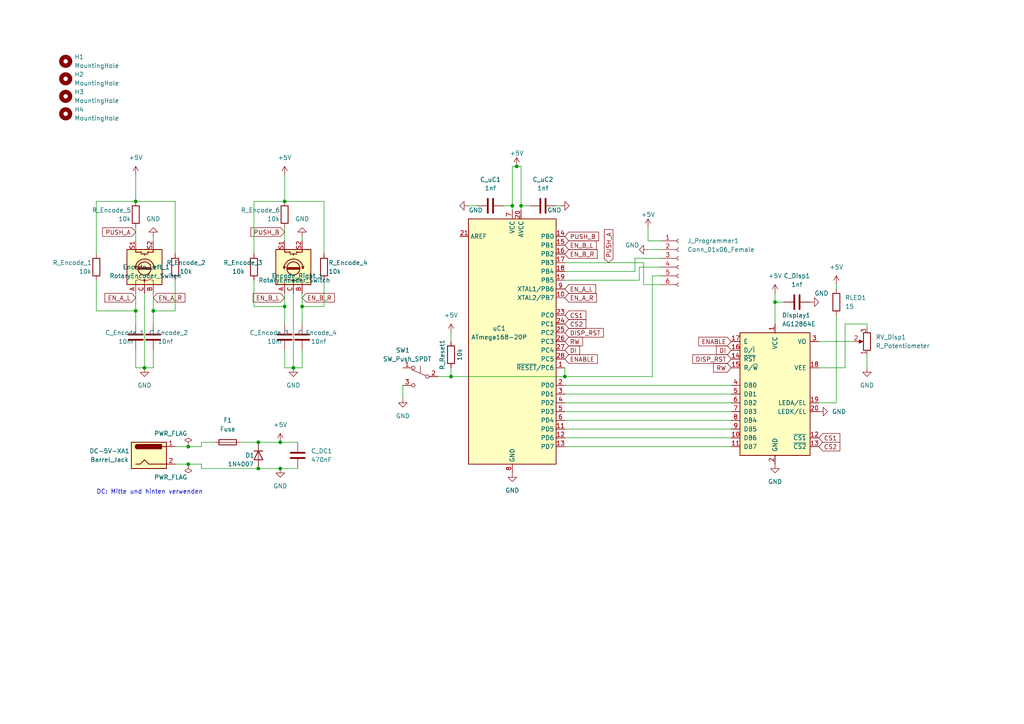
<source format=kicad_sch>
(kicad_sch (version 20211123) (generator eeschema)
  (paper "A4")
  (title_block (title "Pong"))
  (lib_symbols
    (symbol "Connector:Barrel_Jack" (pin_names (offset 1.016))
      (property "Reference" "J" (at 0 5.334 0))
      (property "Value" "Barrel_Jack" (at 0 -5.08 0))
      (symbol "Barrel_Jack_0_1"
        (rectangle (start -5.08 3.81) (end 5.08 -3.81) (stroke (width 0.254)) (fill (type background)))
        (arc (start -3.302 3.175) (mid -3.937 2.54) (end -3.302 1.905) (stroke (width 0.254)))
        (arc (start -3.302 3.175) (mid -3.937 2.54) (end -3.302 1.905) (stroke (width 0.254)) (fill (type outline)))
        (polyline (pts (xy 5.08 2.54) (xy 3.81 2.54)) (stroke (width 0.254)))
        (polyline (pts (xy -3.81 -2.54) (xy -2.54 -2.54) (xy -1.27 -1.27) (xy 0 -2.54) (xy 2.54 -2.54) (xy 5.08 -2.54)) (stroke (width 0.254)))
        (rectangle (start 3.683 3.175) (end -3.302 1.905) (stroke (width 0.254)) (fill (type outline)))
      )
      (symbol "Barrel_Jack_1_1"
        (pin passive line (at 7.62 2.54 180) (length 2.54) (name "~") (number "1"))
        (pin passive line (at 7.62 -2.54 180) (length 2.54) (name "~") (number "2"))
      )
    )
    (symbol "Connector:Conn_01x06_Female" (pin_names (offset 1.016) hide)
      (property "Reference" "J" (at 0 7.62 0))
      (property "Value" "Conn_01x06_Female" (at 0 -10.16 0))
      (symbol "Conn_01x06_Female_1_1"
        (arc (start 0 -7.112) (mid -0.508 -7.62) (end 0 -8.128) (stroke (width 0.1524)))
        (arc (start 0 -4.572) (mid -0.508 -5.08) (end 0 -5.588) (stroke (width 0.1524)))
        (arc (start 0 -2.032) (mid -0.508 -2.54) (end 0 -3.048) (stroke (width 0.1524)))
        (polyline (pts (xy -1.27 -7.62) (xy -0.508 -7.62)) (stroke (width 0.1524)))
        (polyline (pts (xy -1.27 -5.08) (xy -0.508 -5.08)) (stroke (width 0.1524)))
        (polyline (pts (xy -1.27 -2.54) (xy -0.508 -2.54)) (stroke (width 0.1524)))
        (polyline (pts (xy -1.27 0) (xy -0.508 0)) (stroke (width 0.1524)))
        (polyline (pts (xy -1.27 2.54) (xy -0.508 2.54)) (stroke (width 0.1524)))
        (polyline (pts (xy -1.27 5.08) (xy -0.508 5.08)) (stroke (width 0.1524)))
        (arc (start 0 0.508) (mid -0.508 0) (end 0 -0.508) (stroke (width 0.1524)))
        (arc (start 0 3.048) (mid -0.508 2.54) (end 0 2.032) (stroke (width 0.1524)))
        (arc (start 0 5.588) (mid -0.508 5.08) (end 0 4.572) (stroke (width 0.1524)))
        (pin passive line (at -5.08 5.08 0) (length 3.81) (name "Pin_1") (number "1"))
        (pin passive line (at -5.08 2.54 0) (length 3.81) (name "Pin_2") (number "2"))
        (pin passive line (at -5.08 0 0) (length 3.81) (name "Pin_3") (number "3"))
        (pin passive line (at -5.08 -2.54 0) (length 3.81) (name "Pin_4") (number "4"))
        (pin passive line (at -5.08 -5.08 0) (length 3.81) (name "Pin_5") (number "5"))
        (pin passive line (at -5.08 -7.62 0) (length 3.81) (name "Pin_6") (number "6"))
      )
    )
    (symbol "Device:C" (pin_numbers hide) (pin_names (offset 0.254))
      (property "Reference" "C" (at 0.635 2.54 0))
      (property "Value" "C" (at 0.635 -2.54 0))
      (symbol "C_0_1"
        (polyline (pts (xy -2.032 -0.762) (xy 2.032 -0.762)) (stroke (width 0.508)))
        (polyline (pts (xy -2.032 0.762) (xy 2.032 0.762)) (stroke (width 0.508)))
      )
      (symbol "C_1_1"
        (pin passive line (at 0 3.81 270) (length 2.794) (name "~") (number "1"))
        (pin passive line (at 0 -3.81 90) (length 2.794) (name "~") (number "2"))
      )
    )
    (symbol "Device:Fuse" (pin_numbers hide) (pin_names (offset 0))
      (property "Reference" "F" (at 2.032 0 90))
      (property "Value" "Fuse" (at -1.905 0 90))
      (symbol "Fuse_0_1"
        (rectangle (start -0.762 -2.54) (end 0.762 2.54) (stroke (width 0.254)))
        (polyline (pts (xy 0 2.54) (xy 0 -2.54)))
      )
      (symbol "Fuse_1_1"
        (pin passive line (at 0 3.81 270) (length 1.27) (name "~") (number "1"))
        (pin passive line (at 0 -3.81 90) (length 1.27) (name "~") (number "2"))
      )
    )
    (symbol "Device:R" (pin_numbers hide) (pin_names (offset 0))
      (property "Reference" "R" (at 2.032 0 90))
      (property "Value" "R" (at 0 0 90))
      (symbol "R_0_1"
        (rectangle (start -1.016 -2.54) (end 1.016 2.54) (stroke (width 0.254)))
      )
      (symbol "R_1_1"
        (pin passive line (at 0 3.81 270) (length 1.27) (name "~") (number "1"))
        (pin passive line (at 0 -3.81 90) (length 1.27) (name "~") (number "2"))
      )
    )
    (symbol "Device:R_Potentiometer" (pin_names (offset 1.016) hide)
      (property "Reference" "RV" (at -4.445 0 90))
      (property "Value" "R_Potentiometer" (at -2.54 0 90))
      (symbol "R_Potentiometer_0_1"
        (polyline (pts (xy 2.54 0) (xy 1.524 0)))
        (polyline (pts (xy 1.143 0) (xy 2.286 0.508) (xy 2.286 -0.508) (xy 1.143 0)) (fill (type outline)))
        (rectangle (start 1.016 2.54) (end -1.016 -2.54) (stroke (width 0.254)))
      )
      (symbol "R_Potentiometer_1_1"
        (pin passive line (at 0 3.81 270) (length 1.27) (name "1") (number "1"))
        (pin passive line (at 3.81 0 180) (length 1.27) (name "2") (number "2"))
        (pin passive line (at 0 -3.81 90) (length 1.27) (name "3") (number "3"))
      )
    )
    (symbol "Device:RotaryEncoder_Switch" (pin_names (offset 0.254) hide)
      (property "Reference" "SW" (at 0 6.604 0))
      (property "Value" "RotaryEncoder_Switch" (at 0 -6.604 0))
      (symbol "RotaryEncoder_Switch_0_1"
        (rectangle (start -5.08 5.08) (end 5.08 -5.08) (stroke (width 0.254)) (fill (type background)))
        (circle (center -3.81 0) (radius 0.254) (fill (type outline)))
        (arc (start -0.381 -2.794) (mid 2.3622 -0.0508) (end -0.381 2.667) (stroke (width 0.254)))
        (circle (center -0.381 0) (radius 1.905) (stroke (width 0.254)))
        (polyline (pts (xy -0.635 -1.778) (xy -0.635 1.778)) (stroke (width 0.254)))
        (polyline (pts (xy -0.381 -1.778) (xy -0.381 1.778)) (stroke (width 0.254)))
        (polyline (pts (xy -0.127 1.778) (xy -0.127 -1.778)) (stroke (width 0.254)))
        (polyline (pts (xy 3.81 0) (xy 3.429 0)) (stroke (width 0.254)))
        (polyline (pts (xy 3.81 1.016) (xy 3.81 -1.016)) (stroke (width 0.254)))
        (polyline (pts (xy -5.08 -2.54) (xy -3.81 -2.54) (xy -3.81 -2.032)))
        (polyline (pts (xy -5.08 2.54) (xy -3.81 2.54) (xy -3.81 2.032)))
        (polyline (pts (xy 0.254 -3.048) (xy -0.508 -2.794) (xy 0.127 -2.413)) (stroke (width 0.254)))
        (polyline (pts (xy 0.254 2.921) (xy -0.508 2.667) (xy 0.127 2.286)) (stroke (width 0.254)))
        (polyline (pts (xy 5.08 -2.54) (xy 4.318 -2.54) (xy 4.318 -1.016)) (stroke (width 0.254)))
        (polyline (pts (xy 5.08 2.54) (xy 4.318 2.54) (xy 4.318 1.016)) (stroke (width 0.254)))
        (polyline (pts (xy -5.08 0) (xy -3.81 0) (xy -3.81 -1.016) (xy -3.302 -2.032)))
        (polyline (pts (xy -4.318 0) (xy -3.81 0) (xy -3.81 1.016) (xy -3.302 2.032)))
        (circle (center 4.318 -1.016) (radius 0.127) (stroke (width 0.254)))
        (circle (center 4.318 1.016) (radius 0.127) (stroke (width 0.254)))
      )
      (symbol "RotaryEncoder_Switch_1_1"
        (pin passive line (at -7.62 2.54 0) (length 2.54) (name "A") (number "A"))
        (pin passive line (at -7.62 -2.54 0) (length 2.54) (name "B") (number "B"))
        (pin passive line (at -7.62 0 0) (length 2.54) (name "C") (number "C"))
        (pin passive line (at 7.62 2.54 180) (length 2.54) (name "S1") (number "S1"))
        (pin passive line (at 7.62 -2.54 180) (length 2.54) (name "S2") (number "S2"))
      )
    )
    (symbol "Diode:1N4007" (pin_numbers hide) (pin_names (offset 1.016) hide)
      (property "Reference" "D" (at 0 2.54 0))
      (property "Value" "1N4007" (at 0 -2.54 0))
      (symbol "1N4007_0_1"
        (polyline (pts (xy -1.27 1.27) (xy -1.27 -1.27)) (stroke (width 0.254)))
        (polyline (pts (xy 1.27 0) (xy -1.27 0)))
        (polyline (pts (xy 1.27 1.27) (xy 1.27 -1.27) (xy -1.27 0) (xy 1.27 1.27)) (stroke (width 0.254)))
      )
      (symbol "1N4007_1_1"
        (pin passive line (at -3.81 0 0) (length 2.54) (name "K") (number "1"))
        (pin passive line (at 3.81 0 180) (length 2.54) (name "A") (number "2"))
      )
    )
    (symbol "Display_Graphic:AG12864E" (pin_names (offset 1.016))
      (property "Reference" "DS" (at -8.382 19.05 0))
      (property "Value" "AG12864E" (at 5.588 19.05 0))
      (symbol "AG12864E_0_1"
        (rectangle (start -10.16 17.78) (end 10.16 -17.78) (stroke (width 0.254)) (fill (type background)))
      )
      (symbol "AG12864E_1_1"
        (pin power_in line (at 0 20.32 270) (length 2.54) (name "VCC") (number "1"))
        (pin bidirectional line (at -12.7 -12.7 0) (length 2.54) (name "DB6") (number "10"))
        (pin bidirectional line (at -12.7 -15.24 0) (length 2.54) (name "DB7") (number "11"))
        (pin input line (at 12.7 -12.7 180) (length 2.54) (name "~{CS1}") (number "12"))
        (pin input line (at 12.7 -15.24 180) (length 2.54) (name "~{CS2}") (number "13"))
        (pin input line (at -12.7 10.16 0) (length 2.54) (name "~{RST}") (number "14"))
        (pin input line (at -12.7 7.62 0) (length 2.54) (name "R/~{W}") (number "15"))
        (pin input line (at -12.7 12.7 0) (length 2.54) (name "D/~{I}") (number "16"))
        (pin input line (at -12.7 15.24 0) (length 2.54) (name "E") (number "17"))
        (pin passive line (at 12.7 7.62 180) (length 2.54) (name "VEE") (number "18"))
        (pin passive line (at 12.7 -2.54 180) (length 2.54) (name "LEDA/EL") (number "19"))
        (pin power_in line (at 0 -20.32 90) (length 2.54) (name "GND") (number "2"))
        (pin passive line (at 12.7 -5.08 180) (length 2.54) (name "LEDK/EL") (number "20"))
        (pin passive line (at 12.7 15.24 180) (length 2.54) (name "VO") (number "3"))
        (pin bidirectional line (at -12.7 2.54 0) (length 2.54) (name "DB0") (number "4"))
        (pin bidirectional line (at -12.7 0 0) (length 2.54) (name "DB1") (number "5"))
        (pin bidirectional line (at -12.7 -2.54 0) (length 2.54) (name "DB2") (number "6"))
        (pin bidirectional line (at -12.7 -5.08 0) (length 2.54) (name "DB3") (number "7"))
        (pin bidirectional line (at -12.7 -7.62 0) (length 2.54) (name "DB4") (number "8"))
        (pin bidirectional line (at -12.7 -10.16 0) (length 2.54) (name "DB5") (number "9"))
      )
    )
    (symbol "MCU_Microchip_ATmega:ATmega168-20P"
      (property "Reference" "U" (at -12.7 36.83 0))
      (property "Value" "ATmega168-20P" (at 2.54 -36.83 0))
      (symbol "ATmega168-20P_0_1"
        (rectangle (start -12.7 -35.56) (end 12.7 35.56) (stroke (width 0.254)) (fill (type background)))
      )
      (symbol "ATmega168-20P_1_1"
        (pin bidirectional line (at 15.24 -7.62 180) (length 2.54) (name "~{RESET}/PC6") (number "1"))
        (pin bidirectional line (at 15.24 12.7 180) (length 2.54) (name "XTAL2/PB7") (number "10"))
        (pin bidirectional line (at 15.24 -25.4 180) (length 2.54) (name "PD5") (number "11"))
        (pin bidirectional line (at 15.24 -27.94 180) (length 2.54) (name "PD6") (number "12"))
        (pin bidirectional line (at 15.24 -30.48 180) (length 2.54) (name "PD7") (number "13"))
        (pin bidirectional line (at 15.24 30.48 180) (length 2.54) (name "PB0") (number "14"))
        (pin bidirectional line (at 15.24 27.94 180) (length 2.54) (name "PB1") (number "15"))
        (pin bidirectional line (at 15.24 25.4 180) (length 2.54) (name "PB2") (number "16"))
        (pin bidirectional line (at 15.24 22.86 180) (length 2.54) (name "PB3") (number "17"))
        (pin bidirectional line (at 15.24 20.32 180) (length 2.54) (name "PB4") (number "18"))
        (pin bidirectional line (at 15.24 17.78 180) (length 2.54) (name "PB5") (number "19"))
        (pin bidirectional line (at 15.24 -12.7 180) (length 2.54) (name "PD0") (number "2"))
        (pin power_in line (at 2.54 38.1 270) (length 2.54) (name "AVCC") (number "20"))
        (pin passive line (at -15.24 30.48 0) (length 2.54) (name "AREF") (number "21"))
        (pin passive line (at 0 -38.1 90) (length 2.54) hide (name "GND") (number "22"))
        (pin bidirectional line (at 15.24 7.62 180) (length 2.54) (name "PC0") (number "23"))
        (pin bidirectional line (at 15.24 5.08 180) (length 2.54) (name "PC1") (number "24"))
        (pin bidirectional line (at 15.24 2.54 180) (length 2.54) (name "PC2") (number "25"))
        (pin bidirectional line (at 15.24 0 180) (length 2.54) (name "PC3") (number "26"))
        (pin bidirectional line (at 15.24 -2.54 180) (length 2.54) (name "PC4") (number "27"))
        (pin bidirectional line (at 15.24 -5.08 180) (length 2.54) (name "PC5") (number "28"))
        (pin bidirectional line (at 15.24 -15.24 180) (length 2.54) (name "PD1") (number "3"))
        (pin bidirectional line (at 15.24 -17.78 180) (length 2.54) (name "PD2") (number "4"))
        (pin bidirectional line (at 15.24 -20.32 180) (length 2.54) (name "PD3") (number "5"))
        (pin bidirectional line (at 15.24 -22.86 180) (length 2.54) (name "PD4") (number "6"))
        (pin power_in line (at 0 38.1 270) (length 2.54) (name "VCC") (number "7"))
        (pin power_in line (at 0 -38.1 90) (length 2.54) (name "GND") (number "8"))
        (pin bidirectional line (at 15.24 15.24 180) (length 2.54) (name "XTAL1/PB6") (number "9"))
      )
    )
    (symbol "Mechanical:MountingHole" (pin_names (offset 1.016))
      (property "Reference" "H" (at 0 5.08 0))
      (property "Value" "MountingHole" (at 0 3.175 0))
      (symbol "MountingHole_0_1"
        (circle (center 0 0) (radius 1.27) (stroke (width 1.27)))
      )
    )
    (symbol "Switch:SW_Push_SPDT" (pin_names (offset 0) hide)
      (property "Reference" "SW" (at 0 4.318 0))
      (property "Value" "SW_Push_SPDT" (at 0 -5.08 0))
      (symbol "SW_Push_SPDT_0_0"
        (circle (center -2.032 0) (radius 0.508))
        (polyline (pts (xy 0 1.016) (xy 0 3.048)))
        (circle (center 2.032 -2.54) (radius 0.508))
      )
      (symbol "SW_Push_SPDT_0_1"
        (polyline (pts (xy -1.524 0.254) (xy 2.54 2.032)))
        (circle (center 2.032 2.54) (radius 0.508))
      )
      (symbol "SW_Push_SPDT_1_1"
        (pin passive line (at 5.08 2.54 180) (length 2.54) (name "A") (number "1"))
        (pin passive line (at -5.08 0 0) (length 2.54) (name "B") (number "2"))
        (pin passive line (at 5.08 -2.54 180) (length 2.54) (name "C") (number "3"))
      )
    )
    (symbol "power:+5V" (power) (pin_names (offset 0))
      (property "Value" "+5V" (at 0 3.556 0))
      (symbol "+5V_0_1"
        (polyline (pts (xy -0.762 1.27) (xy 0 2.54)))
        (polyline (pts (xy 0 0) (xy 0 2.54)))
        (polyline (pts (xy 0 2.54) (xy 0.762 1.27)))
      )
      (symbol "+5V_1_1"
        (pin power_in line (at 0 0 90) (length 0) hide (name "+5V") (number "1"))
      )
    )
    (symbol "power:GND" (power) (pin_names (offset 0))
      (property "Value" "GND" (at 0 -3.81 0))
      (symbol "GND_0_1"
        (polyline (pts (xy 0 0) (xy 0 -1.27) (xy 1.27 -1.27) (xy 0 -2.54) (xy -1.27 -1.27) (xy 0 -1.27)))
      )
      (symbol "GND_1_1"
        (pin power_in line (at 0 0 270) (length 0) hide (name "GND") (number "1"))
      )
    )
    (symbol "power:PWR_FLAG" (power) (pin_numbers hide) (pin_names (offset 0) hide)
      (property "Value" "PWR_FLAG" (at 0 3.81 0))
      (symbol "PWR_FLAG_0_0"
        (pin power_out line (at 0 0 90) (length 0) (name "pwr") (number "1"))
      )
      (symbol "PWR_FLAG_0_1"
        (polyline (pts (xy 0 0) (xy 0 1.27) (xy -1.016 1.905) (xy 0 2.54) (xy 1.016 1.905) (xy 0 1.27)))
      )
    )
  )
  (junction (at 44.45 90.17))
  (junction (at 74.93 128.27))
  (junction (at 39.37 90.17))
  (junction (at 82.55 88.9))
  (junction (at 54.61 129.54))
  (junction (at 151.13 59.69))
  (junction (at 149.86 48.26))
  (junction (at 148.59 59.69))
  (junction (at 85.09 106.68))
  (junction (at 81.28 128.27))
  (junction (at 224.79 87.63))
  (junction (at 54.61 134.62))
  (junction (at 39.37 58.42))
  (junction (at 87.63 88.9))
  (junction (at 74.93 135.89))
  (junction (at 163.83 109.22))
  (junction (at 81.28 135.89))
  (junction (at 130.81 109.22))
  (junction (at 82.55 58.42))
  (junction (at 41.91 106.68))
  (wire (pts (xy 189.23 109.22) (xy 163.83 109.22)))
  (wire (pts (xy 93.98 88.9) (xy 87.63 88.9)))
  (wire (pts (xy 73.66 81.28) (xy 73.66 88.9)))
  (wire (pts (xy 185.42 77.47) (xy 191.77 77.47)))
  (wire (pts (xy 135.89 59.69) (xy 138.43 59.69)))
  (wire (pts (xy 44.45 85.09) (xy 44.45 90.17)))
  (wire (pts (xy 242.57 82.55) (xy 242.57 83.82)))
  (wire (pts (xy 251.46 93.98) (xy 251.46 95.25)))
  (wire (pts (xy 27.94 73.66) (xy 27.94 58.42)))
  (wire (pts (xy 27.94 81.28) (xy 27.94 90.17)))
  (wire (pts (xy 127 109.22) (xy 130.81 109.22)))
  (wire (pts (xy 148.59 59.69) (xy 148.59 60.96)))
  (wire (pts (xy 148.59 48.26) (xy 148.59 59.69)))
  (wire (pts (xy 189.23 80.01) (xy 189.23 109.22)))
  (wire (pts (xy 44.45 101.6) (xy 44.45 106.68)))
  (wire (pts (xy 74.93 128.27) (xy 81.28 128.27)))
  (wire (pts (xy 87.63 106.68) (xy 85.09 106.68)))
  (wire (pts (xy 39.37 58.42) (xy 50.8 58.42)))
  (wire (pts (xy 82.55 85.09) (xy 82.55 88.9)))
  (wire (pts (xy 163.83 78.74) (xy 184.15 78.74)))
  (wire (pts (xy 58.42 128.27) (xy 58.42 129.54)))
  (wire (pts (xy 27.94 58.42) (xy 39.37 58.42)))
  (wire (pts (xy 50.8 90.17) (xy 50.8 81.28)))
  (wire (pts (xy 85.09 106.68) (xy 85.09 85.09)))
  (wire (pts (xy 186.69 82.55) (xy 186.69 76.2)))
  (wire (pts (xy 162.56 59.69) (xy 161.29 59.69)))
  (wire (pts (xy 130.81 109.22) (xy 163.83 109.22)))
  (wire (pts (xy 81.28 135.89) (xy 86.36 135.89)))
  (wire (pts (xy 242.57 91.44) (xy 242.57 116.84)))
  (wire (pts (xy 39.37 85.09) (xy 39.37 90.17)))
  (wire (pts (xy 82.55 58.42) (xy 93.98 58.42)))
  (wire (pts (xy 151.13 48.26) (xy 151.13 59.69)))
  (wire (pts (xy 163.83 116.84) (xy 212.09 116.84)))
  (wire (pts (xy 163.83 127) (xy 212.09 127)))
  (wire (pts (xy 116.84 111.76) (xy 116.84 115.57)))
  (wire (pts (xy 93.98 73.66) (xy 93.98 58.42)))
  (wire (pts (xy 39.37 101.6) (xy 39.37 106.68)))
  (wire (pts (xy 184.15 78.74) (xy 184.15 74.93)))
  (wire (pts (xy 245.11 106.68) (xy 245.11 93.98)))
  (wire (pts (xy 146.05 59.69) (xy 148.59 59.69)))
  (wire (pts (xy 82.55 101.6) (xy 82.55 106.68)))
  (wire (pts (xy 87.63 85.09) (xy 87.63 88.9)))
  (wire (pts (xy 54.61 134.62) (xy 58.42 134.62)))
  (wire (pts (xy 163.83 114.3) (xy 212.09 114.3)))
  (wire (pts (xy 163.83 124.46) (xy 212.09 124.46)))
  (wire (pts (xy 39.37 106.68) (xy 41.91 106.68)))
  (wire (pts (xy 163.83 121.92) (xy 212.09 121.92)))
  (wire (pts (xy 130.81 106.68) (xy 130.81 109.22)))
  (wire (pts (xy 224.79 87.63) (xy 224.79 93.98)))
  (wire (pts (xy 44.45 90.17) (xy 50.8 90.17)))
  (wire (pts (xy 224.79 87.63) (xy 227.33 87.63)))
  (wire (pts (xy 58.42 128.27) (xy 62.23 128.27)))
  (wire (pts (xy 54.61 134.62) (xy 50.8 134.62)))
  (wire (pts (xy 87.63 88.9) (xy 87.63 93.98)))
  (wire (pts (xy 242.57 116.84) (xy 237.49 116.84)))
  (wire (pts (xy 163.83 119.38) (xy 212.09 119.38)))
  (wire (pts (xy 151.13 59.69) (xy 153.67 59.69)))
  (wire (pts (xy 187.96 66.04) (xy 187.96 69.85)))
  (wire (pts (xy 237.49 99.06) (xy 247.65 99.06)))
  (wire (pts (xy 81.28 128.27) (xy 86.36 128.27)))
  (wire (pts (xy 151.13 59.69) (xy 151.13 60.96)))
  (wire (pts (xy 82.55 50.8) (xy 82.55 58.42)))
  (wire (pts (xy 39.37 66.04) (xy 39.37 69.85)))
  (wire (pts (xy 163.83 106.68) (xy 163.83 109.22)))
  (wire (pts (xy 82.55 66.04) (xy 82.55 69.85)))
  (wire (pts (xy 87.63 69.85) (xy 87.63 68.58)))
  (wire (pts (xy 184.15 74.93) (xy 191.77 74.93)))
  (wire (pts (xy 224.79 85.09) (xy 224.79 87.63)))
  (wire (pts (xy 50.8 58.42) (xy 50.8 73.66)))
  (wire (pts (xy 54.61 129.54) (xy 58.42 129.54)))
  (wire (pts (xy 54.61 129.54) (xy 50.8 129.54)))
  (wire (pts (xy 27.94 90.17) (xy 39.37 90.17)))
  (wire (pts (xy 58.42 135.89) (xy 58.42 134.62)))
  (wire (pts (xy 93.98 81.28) (xy 93.98 88.9)))
  (wire (pts (xy 185.42 77.47) (xy 185.42 81.28)))
  (wire (pts (xy 82.55 106.68) (xy 85.09 106.68)))
  (wire (pts (xy 237.49 106.68) (xy 245.11 106.68)))
  (wire (pts (xy 149.86 48.26) (xy 151.13 48.26)))
  (wire (pts (xy 82.55 88.9) (xy 82.55 93.98)))
  (wire (pts (xy 73.66 88.9) (xy 82.55 88.9)))
  (wire (pts (xy 74.93 135.89) (xy 81.28 135.89)))
  (wire (pts (xy 69.85 128.27) (xy 74.93 128.27)))
  (wire (pts (xy 163.83 111.76) (xy 212.09 111.76)))
  (wire (pts (xy 191.77 72.39) (xy 187.96 72.39)))
  (wire (pts (xy 163.83 129.54) (xy 212.09 129.54)))
  (wire (pts (xy 41.91 106.68) (xy 44.45 106.68)))
  (wire (pts (xy 163.83 76.2) (xy 186.69 76.2)))
  (wire (pts (xy 148.59 48.26) (xy 149.86 48.26)))
  (wire (pts (xy 44.45 69.85) (xy 44.45 68.58)))
  (wire (pts (xy 130.81 96.52) (xy 130.81 99.06)))
  (wire (pts (xy 163.83 81.28) (xy 185.42 81.28)))
  (wire (pts (xy 245.11 93.98) (xy 251.46 93.98)))
  (wire (pts (xy 87.63 101.6) (xy 87.63 106.68)))
  (wire (pts (xy 191.77 69.85) (xy 187.96 69.85)))
  (wire (pts (xy 44.45 90.17) (xy 44.45 93.98)))
  (wire (pts (xy 251.46 102.87) (xy 251.46 106.68)))
  (wire (pts (xy 58.42 135.89) (xy 74.93 135.89)))
  (wire (pts (xy 41.91 85.09) (xy 41.91 106.68)))
  (wire (pts (xy 186.69 82.55) (xy 191.77 82.55)))
  (wire (pts (xy 73.66 58.42) (xy 73.66 73.66)))
  (wire (pts (xy 39.37 50.8) (xy 39.37 58.42)))
  (wire (pts (xy 39.37 90.17) (xy 39.37 93.98)))
  (wire (pts (xy 73.66 58.42) (xy 82.55 58.42)))
  (wire (pts (xy 191.77 80.01) (xy 189.23 80.01)))
  (text "DC: Mitte und hinten verwenden\n" (at 27.94 143.51 0) (effects (font (size 1.27 1.27)) (justify left bottom)))
  (global_label "CS2" (shape input) (at 237.49 129.54 0) (property "Intersheet References" "${INTERSHEET_REFS}" (effects hide)))
  (global_label "DISP_RST" (shape input) (at 163.83 96.52 0) (property "Intersheet References" "${INTERSHEET_REFS}" (effects hide)))
  (global_label "DI" (shape input) (at 212.09 101.6 180) (property "Intersheet References" "${INTERSHEET_REFS}" (effects hide)))
  (global_label "EN_A_R" (shape input) (at 163.83 86.36 0) (property "Intersheet References" "${INTERSHEET_REFS}" (effects hide)))
  (global_label "EN_B_L" (shape input) (at 163.83 71.12 0) (property "Intersheet References" "${INTERSHEET_REFS}" (effects hide)))
  (global_label "CS1" (shape input) (at 237.49 127 0) (property "Intersheet References" "${INTERSHEET_REFS}" (effects hide)))
  (global_label "RW" (shape input) (at 163.83 99.06 0) (property "Intersheet References" "${INTERSHEET_REFS}" (effects hide)))
  (global_label "EN_B_R" (shape input) (at 87.63 86.36 0) (property "Intersheet References" "${INTERSHEET_REFS}" (effects hide)))
  (global_label "DISP_RST" (shape input) (at 212.09 104.14 180) (property "Intersheet References" "${INTERSHEET_REFS}" (effects hide)))
  (global_label "DI" (shape input) (at 163.83 101.6 0) (property "Intersheet References" "${INTERSHEET_REFS}" (effects hide)))
  (global_label "RW" (shape input) (at 212.09 106.68 180) (property "Intersheet References" "${INTERSHEET_REFS}" (effects hide)))
  (global_label "EN_A_R" (shape input) (at 44.45 86.36 0) (property "Intersheet References" "${INTERSHEET_REFS}" (effects hide)))
  (global_label "EN_B_R" (shape input) (at 163.83 73.66 0) (property "Intersheet References" "${INTERSHEET_REFS}" (effects hide)))
  (global_label "EN_B_L" (shape input) (at 82.55 86.36 180) (property "Intersheet References" "${INTERSHEET_REFS}" (effects hide)))
  (global_label "CS2" (shape input) (at 163.83 93.98 0) (property "Intersheet References" "${INTERSHEET_REFS}" (effects hide)))
  (global_label "EN_A_L" (shape input) (at 39.37 86.36 180) (property "Intersheet References" "${INTERSHEET_REFS}" (effects hide)))
  (global_label "PUSH_A" (shape input) (at 39.37 67.31 180) (property "Intersheet References" "${INTERSHEET_REFS}" (effects hide)))
  (global_label "ENABLE" (shape input) (at 163.83 104.14 0) (property "Intersheet References" "${INTERSHEET_REFS}" (effects hide)))
  (global_label "ENABLE" (shape input) (at 212.09 99.06 180) (property "Intersheet References" "${INTERSHEET_REFS}" (effects hide)))
  (global_label "PUSH_B" (shape input) (at 82.55 67.31 180) (property "Intersheet References" "${INTERSHEET_REFS}" (effects hide)))
  (global_label "PUSH_A" (shape input) (at 176.53 76.2 90) (property "Intersheet References" "${INTERSHEET_REFS}" (effects hide)))
  (global_label "PUSH_B" (shape input) (at 163.83 68.58 0) (property "Intersheet References" "${INTERSHEET_REFS}" (effects hide)))
  (global_label "CS1" (shape input) (at 163.83 91.44 0) (property "Intersheet References" "${INTERSHEET_REFS}" (effects hide)))
  (global_label "EN_A_L" (shape input) (at 163.83 83.82 0) (property "Intersheet References" "${INTERSHEET_REFS}" (effects hide)))
  (symbol (lib_id "power:GND") (at 224.79 134.62 0) (unit 1)
    (property "Reference" "#PWR0106" (effects hide))
    (property "Value" "GND" (at 224.79 139.7 0))
  )
  (symbol (lib_id "power:+5V") (at 242.57 82.55 0) (unit 1)
    (property "Reference" "#PWR0104" (effects hide))
    (property "Value" "+5V" (at 242.57 77.47 0))
  )
  (symbol (lib_id "Device:C") (at 39.37 97.79 0) (unit 1)
    (property "Reference" "C_Encode_1" (at 30.48 96.52 0) (effects (justify left)))
    (property "Value" "10nf" (at 34.29 99.06 0) (effects (justify left)))
    (property "Footprint" "Capacitor_THT:C_Disc_D5.0mm_W2.5mm_P2.50mm" (effects hide))
  )
  (symbol (lib_id "power:GND") (at 44.45 68.58 180) (unit 1)
    (property "Reference" "#PWR0114" (effects hide))
    (property "Value" "GND" (at 44.45 63.5 0))
  )
  (symbol (lib_id "Connector:Conn_01x06_Female") (at 196.85 74.93 0) (unit 1)
    (property "Reference" "J_Programmer1" (at 199.39 69.85 0) (effects (justify left)))
    (property "Value" "Conn_01x06_Female" (at 199.39 72.39 0) (effects (justify left)))
    (property "Footprint" "Connector_PinHeader_2.54mm:PinHeader_1x06_P2.54mm_Horizontal" (effects hide))
  )
  (symbol (lib_id "power:GND") (at 187.96 72.39 270) (unit 1)
    (property "Reference" "#PWR0120" (effects hide))
    (property "Value" "GND" (at 185.42 71.12 90) (effects (justify right)))
  )
  (symbol (lib_id "power:GND") (at 135.89 59.69 270) (unit 1)
    (property "Reference" "#PWR0118" (effects hide))
    (property "Value" "GND" (at 135.89 60.96 90) (effects (justify left)))
  )
  (symbol (lib_id "Mechanical:MountingHole") (at 19.05 33.02 0) (unit 1)
    (property "Reference" "H4" (at 21.59 31.7499 0) (effects (justify left)))
    (property "Value" "MountingHole" (at 21.59 34.2899 0) (effects (justify left)))
    (property "Footprint" "MountingHole:MountingHole_3.2mm_M3" (effects hide))
  )
  (symbol (lib_id "Device:R_Potentiometer") (at 251.46 99.06 180) (unit 1)
    (property "Reference" "RV_Disp1" (at 254 97.7899 0) (effects (justify right)))
    (property "Value" "R_Potentiometer" (at 254 100.3299 0) (effects (justify right)))
    (property "Footprint" "Potentiometer_THT:Potentiometer_Piher_PT-10-V10_Vertical_Hole" (effects hide))
  )
  (symbol (lib_id "Device:C") (at 82.55 97.79 0) (unit 1)
    (property "Reference" "C_Encode_3" (at 72.39 96.52 0) (effects (justify left)))
    (property "Value" "10nf" (at 77.47 99.06 0) (effects (justify left)))
    (property "Footprint" "Capacitor_THT:C_Disc_D5.0mm_W2.5mm_P2.50mm" (effects hide))
  )
  (symbol (lib_id "Device:R") (at 39.37 62.23 0) (unit 1)
    (property "Reference" "R_Encode_5" (at 26.67 60.96 0) (effects (justify left)))
    (property "Value" "10k" (at 34.29 63.5 0) (effects (justify left)))
    (property "Footprint" "Resistor_THT:R_Axial_DIN0309_L9.0mm_D3.2mm_P15.24mm_Horizontal" (effects hide))
  )
  (symbol (lib_id "power:GND") (at 85.09 106.68 0) (unit 1)
    (property "Reference" "#PWR0110" (effects hide))
    (property "Value" "GND" (at 85.09 111.76 0))
  )
  (symbol (lib_id "power:PWR_FLAG") (at 54.61 134.62 180) (unit 1)
    (property "Reference" "#FLG0102" (effects hide))
    (property "Value" "PWR_FLAG" (at 49.53 138.43 0))
  )
  (symbol (lib_id "Device:C") (at 142.24 59.69 270) (unit 1)
    (property "Reference" "C_uC1" (at 142.24 52.07 90))
    (property "Value" "1nf" (at 142.24 54.61 90))
    (property "Footprint" "Capacitor_THT:C_Disc_D5.0mm_W2.5mm_P2.50mm" (effects hide))
  )
  (symbol (lib_id "Mechanical:MountingHole") (at 19.05 17.78 0) (unit 1)
    (property "Reference" "H1" (at 21.59 16.5099 0) (effects (justify left)))
    (property "Value" "MountingHole" (at 21.59 19.0499 0) (effects (justify left)))
    (property "Footprint" "MountingHole:MountingHole_3.2mm_M3" (effects hide))
  )
  (symbol (lib_id "Device:C") (at 231.14 87.63 90) (unit 1)
    (property "Reference" "C_Disp1" (at 231.14 80.01 90))
    (property "Value" "1nf" (at 231.14 82.55 90))
    (property "Footprint" "Capacitor_THT:C_Disc_D5.0mm_W2.5mm_P2.50mm" (effects hide))
  )
  (symbol (lib_id "Device:R") (at 27.94 77.47 0) (unit 1)
    (property "Reference" "R_Encode_1" (at 15.24 76.2 0) (effects (justify left)))
    (property "Value" "10k" (at 22.86 78.74 0) (effects (justify left)))
    (property "Footprint" "Resistor_THT:R_Axial_DIN0309_L9.0mm_D3.2mm_P15.24mm_Horizontal" (effects hide))
  )
  (symbol (lib_id "power:+5V") (at 81.28 128.27 0) (unit 1)
    (property "Reference" "#PWR0122" (effects hide))
    (property "Value" "+5V" (at 81.28 123.19 0))
  )
  (symbol (lib_id "power:+5V") (at 224.79 85.09 0) (unit 1)
    (property "Reference" "#PWR0103" (effects hide))
    (property "Value" "+5V" (at 224.79 80.01 0))
  )
  (symbol (lib_id "power:GND") (at 116.84 115.57 0) (unit 1)
    (property "Reference" "#PWR0111" (effects hide))
    (property "Value" "GND" (at 116.84 120.65 0))
  )
  (symbol (lib_id "Display_Graphic:AG12864E") (at 224.79 114.3 0) (unit 1)
    (property "Reference" "Display1" (at 226.8094 91.44 0) (effects (justify left)))
    (property "Value" "AG12864E" (at 226.8094 93.98 0) (effects (justify left)))
    (property "Footprint" "Display:AG12864E" (effects hide))
    (property "Datasheet" "https://www.digchip.com/datasheets/parts/datasheet/1121/AG-12864E-pdf.php" (effects hide))
  )
  (symbol (lib_id "Device:R") (at 130.81 102.87 180) (unit 1)
    (property "Reference" "R_Reset1" (at 128.27 102.87 90))
    (property "Value" "10k" (at 133.35 102.87 90))
    (property "Footprint" "Resistor_THT:R_Axial_DIN0309_L9.0mm_D3.2mm_P15.24mm_Horizontal" (effects hide))
  )
  (symbol (lib_id "power:+5V") (at 130.81 96.52 0) (unit 1)
    (property "Reference" "#PWR0112" (effects hide))
    (property "Value" "+5V" (at 130.81 91.44 0))
  )
  (symbol (lib_id "Diode:1N4007") (at 74.93 132.08 270) (unit 1)
    (property "Reference" "D1" (at 71.12 132.08 90) (effects (justify left)))
    (property "Value" "1N4007" (at 66.04 134.62 90) (effects (justify left)))
    (property "Footprint" "Diode_THT:D_DO-41_SOD81_P10.16mm_Horizontal" (effects hide))
    (property "Datasheet" "http://www.vishay.com/docs/88503/1n4001.pdf" (effects hide))
  )
  (symbol (lib_id "power:GND") (at 87.63 68.58 180) (unit 1)
    (property "Reference" "#PWR0109" (effects hide))
    (property "Value" "GND" (at 87.63 63.5 0))
  )
  (symbol (lib_id "power:+5V") (at 149.86 48.26 0) (unit 1)
    (property "Reference" "#PWR0119" (effects hide))
    (property "Value" "+5V" (at 149.86 44.45 0))
  )
  (symbol (lib_id "MCU_Microchip_ATmega:ATmega168-20P") (at 148.59 99.06 0) (unit 1)
    (property "Reference" "uC1" (at 144.78 95.25 0))
    (property "Value" "ATmega168-20P" (at 144.78 97.79 0))
    (property "Footprint" "Package_DIP:DIP-28_W7.62mm" (effects hide))
    (property "Datasheet" "http://ww1.microchip.com/downloads/en/DeviceDoc/Atmel-2545-8-bit-AVR-Microcontroller-ATmega48-88-168_Datasheet.pdf" (effects hide))
  )
  (symbol (lib_id "Device:R") (at 50.8 77.47 0) (unit 1)
    (property "Reference" "R_Encode_2" (at 48.26 76.2 0) (effects (justify left)))
    (property "Value" "10k" (at 52.07 78.74 0) (effects (justify left)))
    (property "Footprint" "Resistor_THT:R_Axial_DIN0309_L9.0mm_D3.2mm_P15.24mm_Horizontal" (effects hide))
  )
  (symbol (lib_id "power:+5V") (at 82.55 50.8 0) (unit 1)
    (property "Reference" "#PWR0108" (effects hide))
    (property "Value" "+5V" (at 82.55 45.72 0))
  )
  (symbol (lib_id "Device:C") (at 86.36 132.08 0) (unit 1)
    (property "Reference" "C_DC1" (at 90.17 130.8099 0) (effects (justify left)))
    (property "Value" "470nF" (at 90.17 133.3499 0) (effects (justify left)))
    (property "Footprint" "Capacitor_THT:C_Disc_D7.5mm_W2.5mm_P5.00mm" (effects hide))
  )
  (symbol (lib_id "Device:Fuse") (at 66.04 128.27 90) (unit 1)
    (property "Reference" "F1" (at 66.04 121.92 90))
    (property "Value" "Fuse" (at 66.04 124.46 90))
    (property "Footprint" "Pong_lib:Sicherung" (effects hide))
  )
  (symbol (lib_id "power:GND") (at 162.56 59.69 90) (unit 1)
    (property "Reference" "#PWR0117" (effects hide))
    (property "Value" "GND" (at 158.75 60.96 90) (effects (justify right)))
  )
  (symbol (lib_id "Device:R") (at 73.66 77.47 0) (unit 1)
    (property "Reference" "R_Encode_3" (at 64.77 76.2 0) (effects (justify left)))
    (property "Value" "10k" (at 67.31 78.74 0) (effects (justify left)))
    (property "Footprint" "Resistor_THT:R_Axial_DIN0309_L9.0mm_D3.2mm_P15.24mm_Horizontal" (effects hide))
  )
  (symbol (lib_id "Device:C") (at 44.45 97.79 0) (unit 1)
    (property "Reference" "C_Encode_2" (at 43.18 96.52 0) (effects (justify left)))
    (property "Value" "10nf" (at 45.72 99.06 0) (effects (justify left)))
    (property "Footprint" "Capacitor_THT:C_Disc_D5.0mm_W2.5mm_P2.50mm" (effects hide))
  )
  (symbol (lib_id "Device:C") (at 87.63 97.79 0) (unit 1)
    (property "Reference" "C_Encode_4" (at 86.36 96.52 0) (effects (justify left)))
    (property "Value" "10nf" (at 90.17 99.06 0) (effects (justify left)))
    (property "Footprint" "Capacitor_THT:C_Disc_D5.0mm_W2.5mm_P2.50mm" (effects hide))
  )
  (symbol (lib_id "Connector:Barrel_Jack") (at 43.18 132.08 0) (unit 1)
    (property "Reference" "DC-5V-XA1" (at 31.75 130.81 0))
    (property "Value" "Barrel_Jack" (at 31.75 133.35 0))
    (property "Footprint" "Connector_BarrelJack:BarrelJack_GCT_DCJ200-10-A_Horizontal" (effects hide))
  )
  (symbol (lib_id "Switch:SW_Push_SPDT") (at 121.92 109.22 0) (mirror y) (unit 1)
    (property "Reference" "SW1" (at 116.84 101.6 0))
    (property "Value" "SW_Push_SPDT" (at 118.11 104.14 0))
    (property "Footprint" "Pong_lib:Eingabetaste" (effects hide))
  )
  (symbol (lib_id "Device:C") (at 157.48 59.69 270) (unit 1)
    (property "Reference" "C_uC2" (at 157.48 52.07 90))
    (property "Value" "1nf" (at 157.48 54.61 90))
    (property "Footprint" "Capacitor_THT:C_Disc_D5.0mm_W2.5mm_P2.50mm" (effects hide))
  )
  (symbol (lib_id "Device:R") (at 242.57 87.63 0) (unit 1)
    (property "Reference" "RLED1" (at 245.11 86.3599 0) (effects (justify left)))
    (property "Value" "15" (at 245.11 88.8999 0) (effects (justify left)))
    (property "Footprint" "Resistor_THT:R_Axial_DIN0309_L9.0mm_D3.2mm_P15.24mm_Horizontal" (effects hide))
  )
  (symbol (lib_id "Mechanical:MountingHole") (at 19.05 22.86 0) (unit 1)
    (property "Reference" "H2" (at 21.59 21.5899 0) (effects (justify left)))
    (property "Value" "MountingHole" (at 21.59 24.1299 0) (effects (justify left)))
    (property "Footprint" "MountingHole:MountingHole_3.2mm_M3" (effects hide))
  )
  (symbol (lib_id "power:GND") (at 251.46 106.68 0) (unit 1)
    (property "Reference" "#PWR0107" (effects hide))
    (property "Value" "GND" (at 251.46 111.76 0))
  )
  (symbol (lib_id "power:PWR_FLAG") (at 54.61 129.54 0) (unit 1)
    (property "Reference" "#FLG0101" (effects hide))
    (property "Value" "PWR_FLAG" (at 49.53 125.73 0))
  )
  (symbol (lib_id "power:GND") (at 234.95 87.63 90) (unit 1)
    (property "Reference" "#PWR0105" (effects hide))
    (property "Value" "GND" (at 236.22 85.09 90) (effects (justify right)))
  )
  (symbol (lib_id "Device:R") (at 93.98 77.47 0) (unit 1)
    (property "Reference" "R_Encode_4" (at 95.25 76.2 0) (effects (justify left)))
    (property "Value" "10k" (at 95.25 78.74 0) (effects (justify left)))
    (property "Footprint" "Resistor_THT:R_Axial_DIN0309_L9.0mm_D3.2mm_P15.24mm_Horizontal" (effects hide))
  )
  (symbol (lib_id "power:+5V") (at 187.96 66.04 0) (unit 1)
    (property "Reference" "#PWR0116" (effects hide))
    (property "Value" "+5V" (at 187.96 62.23 0))
  )
  (symbol (lib_id "power:GND") (at 41.91 106.68 0) (unit 1)
    (property "Reference" "#PWR0101" (effects hide))
    (property "Value" "GND" (at 41.91 111.76 0))
  )
  (symbol (lib_id "Device:R") (at 82.55 62.23 0) (unit 1)
    (property "Reference" "R_Encode_6" (at 69.85 60.96 0) (effects (justify left)))
    (property "Value" "10k" (at 77.47 63.5 0) (effects (justify left)))
    (property "Footprint" "Resistor_THT:R_Axial_DIN0309_L9.0mm_D3.2mm_P15.24mm_Horizontal" (effects hide))
  )
  (symbol (lib_id "Mechanical:MountingHole") (at 19.05 27.94 0) (unit 1)
    (property "Reference" "H3" (at 21.59 26.6699 0) (effects (justify left)))
    (property "Value" "MountingHole" (at 21.59 29.2099 0) (effects (justify left)))
    (property "Footprint" "MountingHole:MountingHole_3.2mm_M3" (effects hide))
  )
  (symbol (lib_id "power:+5V") (at 39.37 50.8 0) (unit 1)
    (property "Reference" "#PWR0115" (effects hide))
    (property "Value" "+5V" (at 39.37 45.72 0))
  )
  (symbol (lib_id "Device:RotaryEncoder_Switch") (at 41.91 77.47 90) (unit 1)
    (property "Reference" "Encode_Left_1" (at 35.56 77.47 90) (effects (justify right)))
    (property "Value" "RotaryEncoder_Switch" (at 31.75 80.01 90) (effects (justify right)))
    (property "Footprint" "Rotary_Encoder:RotaryEncoder_Alps_EC11E-Switch_Vertical_H20mm" (effects hide))
  )
  (symbol (lib_id "Device:RotaryEncoder_Switch") (at 85.09 77.47 90) (unit 1)
    (property "Reference" "Encode_Right_1" (at 78.74 80.01 90) (effects (justify right)))
    (property "Value" "RotaryEncoder_Switch" (at 74.93 81.28 90) (effects (justify right)))
    (property "Footprint" "Rotary_Encoder:RotaryEncoder_Alps_EC11E-Switch_Vertical_H20mm" (effects hide))
  )
  (symbol (lib_id "power:GND") (at 81.28 135.89 0) (unit 1)
    (property "Reference" "#PWR0121" (effects hide))
    (property "Value" "GND" (at 81.28 140.97 0))
  )
  (symbol (lib_id "power:GND") (at 237.49 119.38 90) (unit 1)
    (property "Reference" "#PWR0102" (effects hide))
    (property "Value" "GND" (at 241.3 119.3799 90) (effects (justify right)))
  )
  (symbol (lib_id "power:GND") (at 148.59 137.16 0) (unit 1)
    (property "Reference" "#PWR0113" (effects hide))
    (property "Value" "GND" (at 148.59 142.24 0))
  )
)
</source>
